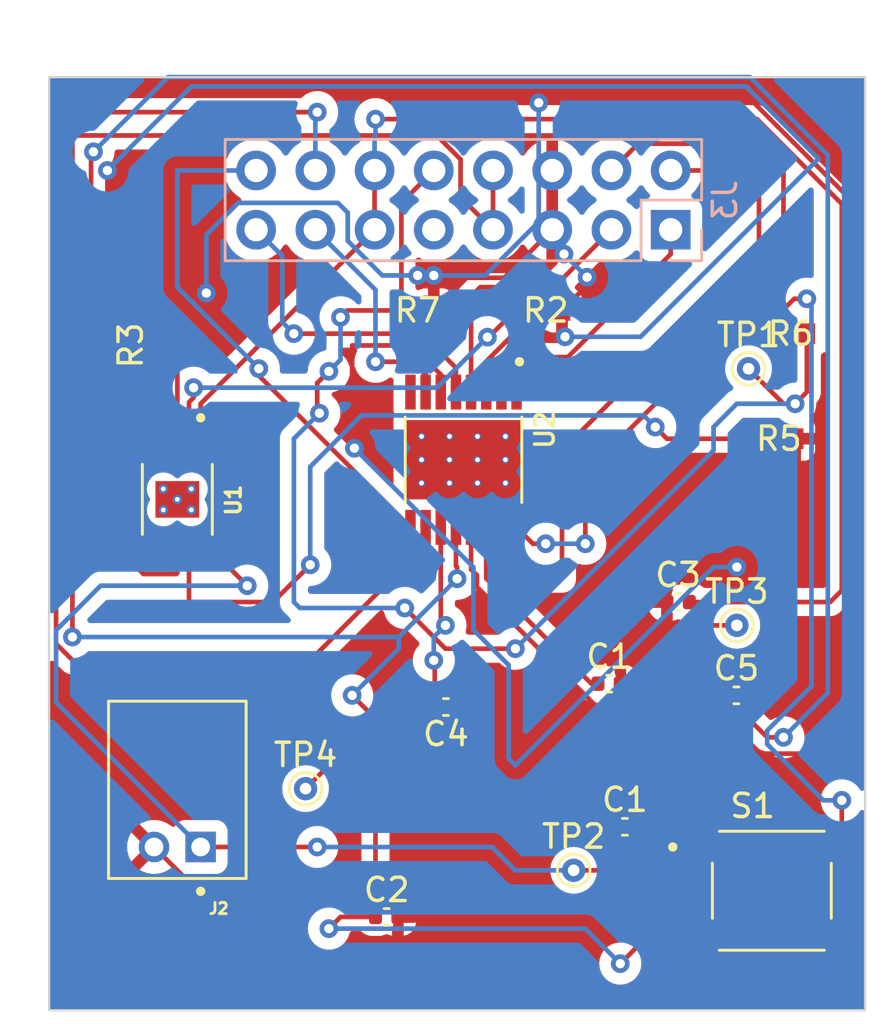
<source format=kicad_pcb>
(kicad_pcb (version 20240108) (generator "pcbnew") (generator_version "8.0")
  (layers (0 "F.Cu" signal) (31 "B.Cu" signal) (34 "B.Paste" user) (35 "F.Paste" user) (36 "B.SilkS" user "B.Silkscreen") (37 "F.SilkS" user "F.Silkscreen") (38 "B.Mask" user) (39 "F.Mask" user) (44 "Edge.Cuts" user))
  (net 0 "")
  (net 1 "GND")
  (net 2 "Net-(C1-Pad2)")
  (net 3 "Net-(U2-VINT)")
  (net 4 "BATT")
  (net 5 "5V")
  (net 6 "Net-(U2-VCP)")
  (net 7 "Net-(U1-~{CHG})")
  (net 8 "Motor2_A")
  (net 9 "BATT_ADC")
  (net 10 "Motor2_B")
  (net 11 "PWM3")
  (net 12 "PWM4")
  (net 13 "PWM1")
  (net 14 "Motor1_A")
  (net 15 "RESV")
  (net 16 "PWM2")
  (net 17 "Motor1_B")
  (net 18 "BAT_POS")
  (net 19 "Net-(U1-ISET)")
  (net 20 "Net-(U1-PRETERM)")
  (net 21 "Net-(U1-TS)")
  (net 22 "Net-(U1-ISET2)")
  (net 25 "Fault")
  (net 27 "EN")
  (footprint "footprints:BO_CR0603" (layer "F.Cu") (at 197.8015 81.4)
    (property "Reference" "R5" (at 0 0 0) (layer "F.SilkS"))
    (property "Value" "1k")
    (pad "1" smd rect (at -0.6985 0) (size 0.7112 0.889) (layers "F.Cu" "F.Paste" "F.Mask") (net 21 "Net-(U1-TS)"))
    (pad "2" smd rect (at 0.6985 0) (size 0.7112 0.889) (layers "F.Cu" "F.Paste" "F.Mask") (net 1 "GND"))
    (zone (net 0) (net_name "") (layer "F.Cu") (connect_pads (clearance 0)) (min_thickness 0.254)
      (keepout (tracks not_allowed) (vias not_allowed) (pads allowed) (copperpour not_allowed) (footprints allowed))
      (fill (thermal_gap 0.508) (thermal_bridge_width 0.508))
      (polygon (pts (xy 197.5094 81.0063) (xy 198.0936 81.0063) (xy 198.0936 81.7937) (xy 197.5094 81.7937)))
    )
  )
  (footprint "Capacitor_SMD:C_0402_1005Metric" (layer "F.Cu") (at 183.52 92.9 180)
    (property "Reference" "C4" (at 0 -1.16 180) (layer "F.SilkS"))
    (property "Value" "0.01uF")
    (fp_line (start -0.107836 0.36) (end 0.107836 0.36) (stroke (width 0.12)) (layer "F.SilkS"))
    (fp_line (start -0.107836 -0.36) (end 0.107836 -0.36) (stroke (width 0.12)) (layer "F.SilkS"))
    (pad "1" smd roundrect (at -0.48 0 180) (size 0.56 0.62) (layers "F.Cu" "F.Paste" "F.Mask") (net 1 "GND"))
    (pad "2" smd roundrect (at 0.48 0 180) (size 0.56 0.62) (layers "F.Cu" "F.Paste" "F.Mask") (net 6 "Net-(U2-VCP)"))
  )
  (footprint "footprints:BO_CR0603" (layer "F.Cu") (at 182.3015 75.9)
    (property "Reference" "R7" (at 0 0 0) (layer "F.SilkS"))
    (property "Value" "100k")
    (pad "1" smd rect (at -0.6985 0) (size 0.7112 0.889) (layers "F.Cu" "F.Paste" "F.Mask") (net 9 "BATT_ADC"))
    (pad "2" smd rect (at 0.6985 0) (size 0.7112 0.889) (layers "F.Cu" "F.Paste" "F.Mask") (net 1 "GND"))
    (zone (net 0) (net_name "") (layer "F.Cu") (connect_pads (clearance 0)) (min_thickness 0.254)
      (keepout (tracks not_allowed) (vias not_allowed) (pads allowed) (copperpour not_allowed) (footprints allowed))
      (fill (thermal_gap 0.508) (thermal_bridge_width 0.508))
      (polygon (pts (xy 182.0094 75.5063) (xy 182.5936 75.5063) (xy 182.5936 76.2937) (xy 182.0094 76.2937)))
    )
  )
  (footprint "S2B-PH-K-S_LF__SN_:JST_S2B-PH-K-S_LF__SN_" (layer "F.Cu") (at 172 98.9 180)
    (property "Reference" "J2" (at -1.776 -2.6398 180) (layer "F.SilkS") (effects (font (size 0.48 0.48))))
    (property "Value" "S2B-PH-K-S(LF)(SN)")
    (fp_line (start 2.95 6.25) (end -2.95 6.25) (stroke (width 0.127)) (layer "F.SilkS"))
    (fp_line (start 2.95 -1.35) (end 2.95 6.25) (stroke (width 0.127)) (layer "F.SilkS"))
    (fp_line (start -2.95 6.25) (end -2.95 -1.35) (stroke (width 0.127)) (layer "F.SilkS"))
    (fp_line (start -2.95 -1.35) (end 2.95 -1.35) (stroke (width 0.127)) (layer "F.SilkS"))
    (fp_circle (center -1 -1.9) (end -0.9 -1.9) (stroke (width 0.2)) (fill none) (layer "F.SilkS"))
    (pad "1" thru_hole rect (at -1 0 180) (size 1.308 1.308) (drill 0.8) (layers "*.Cu" "*.Mask") (net 18 "BAT_POS"))
    (pad "2" thru_hole circle (at 1 0 180) (size 1.308 1.308) (drill 0.8) (layers "*.Cu" "*.Mask") (net 1 "GND"))
  )
  (footprint "TestPoint:TestPoint_THTPad_D1.0mm_Drill0.5mm" (layer "F.Cu") (at 189 99.9)
    (property "Reference" "TP2" (at 0 -1.448 0) (layer "F.SilkS"))
    (property "Value" "TestPoint")
    (fp_circle (center 0 0) (end 0 0.7) (stroke (width 0.12)) (fill none) (layer "F.SilkS"))
    (pad "1" thru_hole circle (at 0 0) (size 1 1) (drill 0.5) (layers "*.Cu" "*.Mask") (net 18 "BAT_POS"))
  )
  (footprint "Capacitor_SMD:C_0402_1005Metric" (layer "F.Cu") (at 195.98 92.4)
    (property "Reference" "C5" (at 0 -1.16 0) (layer "F.SilkS"))
    (property "Value" "1uF")
    (fp_line (start -0.107836 -0.36) (end 0.107836 -0.36) (stroke (width 0.12)) (layer "F.SilkS"))
    (fp_line (start -0.107836 0.36) (end 0.107836 0.36) (stroke (width 0.12)) (layer "F.SilkS"))
    (pad "1" smd roundrect (at -0.48 0) (size 0.56 0.62) (layers "F.Cu" "F.Paste" "F.Mask") (net 7 "Net-(U1-~{CHG})"))
    (pad "2" smd roundrect (at 0.48 0) (size 0.56 0.62) (layers "F.Cu" "F.Paste" "F.Mask") (net 1 "GND"))
  )
  (footprint "Capacitor_SMD:C_0402_1005Metric" (layer "F.Cu") (at 191.195 98.035)
    (property "Reference" "C1" (at 0 -1.16 0) (layer "F.SilkS"))
    (property "Value" "2.2uF")
    (fp_line (start -0.107836 -0.36) (end 0.107836 -0.36) (stroke (width 0.12)) (layer "F.SilkS"))
    (fp_line (start -0.107836 0.36) (end 0.107836 0.36) (stroke (width 0.12)) (layer "F.SilkS"))
    (pad "1" smd roundrect (at -0.48 0) (size 0.56 0.62) (layers "F.Cu" "F.Paste" "F.Mask") (net 1 "GND"))
    (pad "2" smd roundrect (at 0.48 0) (size 0.56 0.62) (layers "F.Cu" "F.Paste" "F.Mask") (net 2 "Net-(C1-Pad2)"))
  )
  (footprint "Capacitor_SMD:C_0402_1005Metric" (layer "F.Cu") (at 190.52 91.9)
    (property "Reference" "C1" (at 0 -1.16 0) (layer "F.SilkS"))
    (property "Value" "2.2uF")
    (fp_line (start -0.107836 -0.36) (end 0.107836 -0.36) (stroke (width 0.12)) (layer "F.SilkS"))
    (fp_line (start -0.107836 0.36) (end 0.107836 0.36) (stroke (width 0.12)) (layer "F.SilkS"))
    (pad "1" smd roundrect (at -0.48 0) (size 0.56 0.62) (layers "F.Cu" "F.Paste" "F.Mask") (net 3 "Net-(U2-VINT)"))
    (pad "2" smd roundrect (at 0.48 0) (size 0.56 0.62) (layers "F.Cu" "F.Paste" "F.Mask") (net 1 "GND"))
  )
  (footprint "footprints:BO_CR0603" (layer "F.Cu") (at 170 77.4 90)
    (property "Reference" "R3" (at 0 0 90) (layer "F.SilkS"))
    (property "Value" "2k")
    (pad "1" smd rect (at -0.6985 0 90) (size 0.7112 0.889) (layers "F.Cu" "F.Paste" "F.Mask") (net 20 "Net-(U1-PRETERM)"))
    (pad "2" smd rect (at 0.6985 0 90) (size 0.7112 0.889) (layers "F.Cu" "F.Paste" "F.Mask") (net 1 "GND"))
    (zone (net 0) (net_name "") (layer "F.Cu") (connect_pads (clearance 0)) (min_thickness 0.254)
      (keepout (tracks not_allowed) (vias not_allowed) (pads allowed) (copperpour not_allowed) (footprints allowed))
      (fill (thermal_gap 0.508) (thermal_bridge_width 0.508))
      (polygon (pts (xy 169.6063 77.6921) (xy 169.6063 77.1079) (xy 170.3937 77.1079) (xy 170.3937 77.6921)))
    )
  )
  (footprint "TestPoint:TestPoint_THTPad_D1.0mm_Drill0.5mm" (layer "F.Cu") (at 196.5 78.4)
    (property "Reference" "TP1" (at 0 -1.448 0) (layer "F.SilkS"))
    (property "Value" "TestPoint")
    (fp_circle (center 0 0) (end 0 0.7) (stroke (width 0.12)) (fill none) (layer "F.SilkS"))
    (pad "1" thru_hole circle (at 0 0) (size 1 1) (drill 0.5) (layers "*.Cu" "*.Mask") (net 9 "BATT_ADC"))
  )
  (footprint "BQ24092DGQR:IC_XTR111AIDGQR" (layer "F.Cu") (at 172 84 -90)
    (property "Reference" "U1" (at 0.032 -2.4064 90) (layer "F.SilkS") (effects (font (size 0.64 0.64))))
    (property "Value" "BQ24092DGQR")
    (fp_line (start -1.5 1.5) (end 1.5 1.5) (stroke (width 0.127)) (layer "F.SilkS"))
    (fp_line (start 1.5 -1.5) (end -1.5 -1.5) (stroke (width 0.127)) (layer "F.SilkS"))
    (fp_circle (center -3.5 -1) (end -3.4 -1) (stroke (width 0.2)) (fill none) (layer "F.SilkS"))
    (pad "1" smd rect (at -2.1 -1 270) (size 1.6 0.3) (layers "F.Cu") (net 5 "5V"))
    (pad "2" smd rect (at -2.1 -0.5 270) (size 1.6 0.3) (layers "F.Cu") (net 19 "Net-(U1-ISET)"))
    (pad "3" smd rect (at -2.1 0 270) (size 1.6 0.3) (layers "F.Cu") (net 1 "GND"))
    (pad "4" smd rect (at -2.1 0.5 270) (size 1.6 0.3) (layers "F.Cu") (net 20 "Net-(U1-PRETERM)"))
    (pad "5" smd rect (at -2.1 1 270) (size 1.6 0.3) (layers "F.Cu"))
    (pad "6" smd rect (at 2.1 1 270) (size 1.6 0.3) (layers "F.Cu"))
    (pad "7" smd rect (at 2.1 0.5 270) (size 1.6 0.3) (layers "F.Cu") (net 22 "Net-(U1-ISET2)"))
    (pad "8" smd rect (at 2.1 0 270) (size 1.6 0.3) (layers "F.Cu") (net 7 "Net-(U1-~{CHG})"))
    (pad "9" smd rect (at 2.1 -0.5 270) (size 1.6 0.3) (layers "F.Cu") (net 21 "Net-(U1-TS)"))
    (pad "10" smd rect (at 2.1 -1 270) (size 1.6 0.3) (layers "F.Cu") (net 18 "BAT_POS"))
    (pad "11" smd rect (at 0 0 270) (size 1.57 1.88) (layers "F.Cu" "F.Paste" "F.Mask"))
    (pad "12" thru_hole circle (at -0.45 -0.6 270) (size 0.4 0.4) (drill 0.2) (layers "*.Cu"))
    (pad "13" thru_hole circle (at 0.45 -0.6 270) (size 0.4 0.4) (drill 0.2) (layers "*.Cu"))
    (pad "14" thru_hole circle (at 0 0 270) (size 0.4 0.4) (drill 0.2) (layers "*.Cu"))
    (pad "15" thru_hole circle (at -0.45 0.6 270) (size 0.4 0.4) (drill 0.2) (layers "*.Cu"))
    (pad "16" thru_hole circle (at 0.45 0.6 270) (size 0.4 0.4) (drill 0.2) (layers "*.Cu"))
  )
  (footprint "Capacitor_SMD:C_0402_1005Metric" (layer "F.Cu") (at 193.48 88.4)
    (property "Reference" "C3" (at 0 -1.16 0) (layer "F.SilkS"))
    (property "Value" "1uF")
    (fp_line (start -0.107836 -0.36) (end 0.107836 -0.36) (stroke (width 0.12)) (layer "F.SilkS"))
    (fp_line (start -0.107836 0.36) (end 0.107836 0.36) (stroke (width 0.12)) (layer "F.SilkS"))
    (pad "1" smd roundrect (at -0.48 0) (size 0.56 0.62) (layers "F.Cu" "F.Paste" "F.Mask") (net 1 "GND"))
    (pad "2" smd roundrect (at 0.48 0) (size 0.56 0.62) (layers "F.Cu" "F.Paste" "F.Mask") (net 5 "5V"))
  )
  (footprint "TS-1187A-B-A-B:SW_TS-1187A-B-A-B" (layer "F.Cu") (at 197.5 100.775)
    (property "Reference" "S1" (at -0.825 -3.635 0) (layer "F.SilkS"))
    (property "Value" "TS-1187A-B-A-B")
    (fp_line (start -2.55 -1.18) (end -2.55 1.18) (stroke (width 0.127)) (layer "F.SilkS"))
    (fp_line (start 2.25 -2.55) (end -2.25 -2.55) (stroke (width 0.127)) (layer "F.SilkS"))
    (fp_line (start 2.25 2.55) (end -2.25 2.55) (stroke (width 0.127)) (layer "F.SilkS"))
    (fp_line (start 2.55 1.18) (end 2.55 -1.18) (stroke (width 0.127)) (layer "F.SilkS"))
    (fp_circle (center -4.25 -1.875) (end -4.15 -1.875) (stroke (width 0.2)) (fill none) (layer "F.SilkS"))
    (pad "A" smd rect (at -3 -1.875) (size 1 0.75) (layers "F.Cu" "F.Paste" "F.Mask") (net 18 "BAT_POS"))
    (pad "B" smd rect (at 3 -1.875) (size 1 0.75) (layers "F.Cu" "F.Paste" "F.Mask") (net 18 "BAT_POS"))
    (pad "C" smd rect (at -3 1.875) (size 1 0.75) (layers "F.Cu" "F.Paste" "F.Mask") (net 4 "BATT"))
    (pad "D" smd rect (at 3 1.875) (size 1 0.75) (layers "F.Cu" "F.Paste" "F.Mask") (net 4 "BATT"))
  )
  (footprint "footprints:BO_CR0603" (layer "F.Cu") (at 198.3015 76.9)
    (property "Reference" "R6" (at 0 0 0) (layer "F.SilkS"))
    (property "Value" "100k")
    (pad "1" smd rect (at -0.6985 0) (size 0.7112 0.889) (layers "F.Cu" "F.Paste" "F.Mask") (net 18 "BAT_POS"))
    (pad "2" smd rect (at 0.6985 0) (size 0.7112 0.889) (layers "F.Cu" "F.Paste" "F.Mask") (net 9 "BATT_ADC"))
    (zone (net 0) (net_name "") (layer "F.Cu") (connect_pads (clearance 0)) (min_thickness 0.254)
      (keepout (tracks not_allowed) (vias not_allowed) (pads allowed) (copperpour not_allowed) (footprints allowed))
      (fill (thermal_gap 0.508) (thermal_bridge_width 0.508))
      (polygon (pts (xy 198.0094 76.5063) (xy 198.5936 76.5063) (xy 198.5936 77.2937) (xy 198.0094 77.2937)))
    )
  )
  (footprint "TestPoint:TestPoint_THTPad_D1.0mm_Drill0.5mm" (layer "F.Cu") (at 177.5 96.4)
    (property "Reference" "TP4" (at 0 -1.448 0) (layer "F.SilkS"))
    (property "Value" "TestPoint")
    (fp_circle (center 0 0) (end 0 0.7) (stroke (width 0.12)) (fill none) (layer "F.SilkS"))
    (pad "1" thru_hole circle (at 0 0) (size 1 1) (drill 0.5) (layers "*.Cu" "*.Mask") (net 4 "BATT"))
  )
  (footprint "DRV8833PWPR:IC_DRV8833PWPR" (layer "F.Cu") (at 184.275 82.3 -90)
    (property "Reference" "U2" (at -1.28 -3.485 90) (layer "F.SilkS") (effects (font (size 0.8 0.8))))
    (property "Value" "DRV8833PWPR")
    (fp_line (start -1.83 2.5) (end 1.83 2.5) (stroke (width 0.127)) (layer "F.SilkS"))
    (fp_line (start -1.83 -2.5) (end 1.83 -2.5) (stroke (width 0.127)) (layer "F.SilkS"))
    (fp_circle (center -4.2 -2.4) (end -4.1 -2.4) (stroke (width 0.2)) (fill none) (layer "F.SilkS"))
    (pad "1" smd roundrect (at -2.9 -2.275 270) (size 1.5 0.45) (layers "F.Cu" "F.Paste" "F.Mask") (roundrect_rratio 0.06) (net 27 "EN"))
    (pad "2" smd roundrect (at -2.9 -1.625 270) (size 1.5 0.45) (layers "F.Cu" "F.Paste" "F.Mask") (roundrect_rratio 0.06) (net 8 "Motor2_A"))
    (pad "3" smd roundrect (at -2.9 -0.975 270) (size 1.5 0.45) (layers "F.Cu" "F.Paste" "F.Mask") (roundrect_rratio 0.06) (net 1 "GND"))
    (pad "4" smd roundrect (at -2.9 -0.325 270) (size 1.5 0.45) (layers "F.Cu" "F.Paste" "F.Mask") (roundrect_rratio 0.06) (net 10 "Motor2_B"))
    (pad "5" smd roundrect (at -2.9 0.325 270) (size 1.5 0.45) (layers "F.Cu" "F.Paste" "F.Mask") (roundrect_rratio 0.06) (net 17 "Motor1_B"))
    (pad "6" smd roundrect (at -2.9 0.975 270) (size 1.5 0.45) (layers "F.Cu" "F.Paste" "F.Mask") (roundrect_rratio 0.06) (net 1 "GND"))
    (pad "7" smd roundrect (at -2.9 1.625 270) (size 1.5 0.45) (layers "F.Cu" "F.Paste" "F.Mask") (roundrect_rratio 0.06) (net 14 "Motor1_A"))
    (pad "8" smd roundrect (at -2.9 2.275 270) (size 1.5 0.45) (layers "F.Cu" "F.Paste" "F.Mask") (roundrect_rratio 0.06) (net 25 "Fault"))
    (pad "9" smd roundrect (at 2.9 2.275 270) (size 1.5 0.45) (layers "F.Cu" "F.Paste" "F.Mask") (roundrect_rratio 0.06) (net 12 "PWM4"))
    (pad "10" smd roundrect (at 2.9 1.625 270) (size 1.5 0.45) (layers "F.Cu" "F.Paste" "F.Mask") (roundrect_rratio 0.06) (net 11 "PWM3"))
    (pad "11" smd roundrect (at 2.9 0.975 270) (size 1.5 0.45) (layers "F.Cu" "F.Paste" "F.Mask") (roundrect_rratio 0.06) (net 6 "Net-(U2-VCP)"))
    (pad "12" smd roundrect (at 2.9 0.325 270) (size 1.5 0.45) (layers "F.Cu" "F.Paste" "F.Mask") (roundrect_rratio 0.06) (net 4 "BATT"))
    (pad "13" smd roundrect (at 2.9 -0.325 270) (size 1.5 0.45) (layers "F.Cu" "F.Paste" "F.Mask") (roundrect_rratio 0.06) (net 1 "GND"))
    (pad "14" smd roundrect (at 2.9 -0.975 270) (size 1.5 0.45) (layers "F.Cu" "F.Paste" "F.Mask") (roundrect_rratio 0.06) (net 3 "Net-(U2-VINT)"))
    (pad "15" smd roundrect (at 2.9 -1.625 270) (size 1.5 0.45) (layers "F.Cu" "F.Paste" "F.Mask") (roundrect_rratio 0.06) (net 13 "PWM1"))
    (pad "16" smd roundrect (at 2.9 -2.275 270) (size 1.5 0.45) (layers "F.Cu" "F.Paste" "F.Mask") (roundrect_rratio 0.06) (net 16 "PWM2"))
    (pad "17" smd rect (at 0 0 270) (size 3.4 5) (layers "F.Cu"))
    (pad "18" thru_hole circle (at -1 -1.8 270) (size 0.3 0.3) (drill 0.2) (layers "*.Cu"))
    (pad "19" thru_hole circle (at 0 -1.8 270) (size 0.3 0.3) (drill 0.2) (layers "*.Cu"))
    (pad "20" thru_hole circle (at 1 -1.8 270) (size 0.3 0.3) (drill 0.2) (layers "*.Cu"))
    (pad "21" thru_hole circle (at -1 -0.6 270) (size 0.3 0.3) (drill 0.2) (layers "*.Cu"))
    (pad "22" thru_hole circle (at 0 -0.6 270) (size 0.3 0.3) (drill 0.2) (layers "*.Cu"))
    (pad "23" thru_hole circle (at 1 -0.6 270) (size 0.3 0.3) (drill 0.2) (layers "*.Cu"))
    (pad "24" thru_hole circle (at -1 0.6 270) (size 0.3 0.3) (drill 0.2) (layers "*.Cu"))
    (pad "25" thru_hole circle (at 0 0.6 270) (size 0.3 0.3) (drill 0.2) (layers "*.Cu"))
    (pad "26" thru_hole circle (at 1 0.6 270) (size 0.3 0.3) (drill 0.2) (layers "*.Cu"))
    (pad "27" thru_hole circle (at -1 1.8 270) (size 0.3 0.3) (drill 0.2) (layers "*.Cu"))
    (pad "28" thru_hole circle (at 0 1.8 270) (size 0.3 0.3) (drill 0.2) (layers "*.Cu"))
    (pad "29" thru_hole circle (at 1 1.8 270) (size 0.3 0.3) (drill 0.2) (layers "*.Cu"))
  )
  (footprint "TestPoint:TestPoint_THTPad_D1.0mm_Drill0.5mm" (layer "F.Cu") (at 196 89.4)
    (property "Reference" "TP3" (at 0 -1.448 0) (layer "F.SilkS"))
    (property "Value" "TestPoint")
    (fp_circle (center 0 0) (end 0 0.7) (stroke (width 0.12)) (fill none) (layer "F.SilkS"))
    (pad "1" thru_hole circle (at 0 0) (size 1 1) (drill 0.5) (layers "*.Cu" "*.Mask") (net 5 "5V"))
  )
  (footprint "Capacitor_SMD:C_0402_1005Metric" (layer "F.Cu") (at 180.98 101.9)
    (property "Reference" "C2" (at 0 -1.16 0) (layer "F.SilkS"))
    (property "Value" "10uF")
    (fp_line (start -0.107836 -0.36) (end 0.107836 -0.36) (stroke (width 0.12)) (layer "F.SilkS"))
    (fp_line (start -0.107836 0.36) (end 0.107836 0.36) (stroke (width 0.12)) (layer "F.SilkS"))
    (pad "1" smd roundrect (at -0.48 0) (size 0.56 0.62) (layers "F.Cu" "F.Paste" "F.Mask") (net 4 "BATT"))
    (pad "2" smd roundrect (at 0.48 0) (size 0.56 0.62) (layers "F.Cu" "F.Paste" "F.Mask") (net 1 "GND"))
  )
  (footprint "footprints:BO_CR0603" (layer "F.Cu") (at 187.8015 75.9)
    (property "Reference" "R2" (at 0 0 0) (layer "F.SilkS"))
    (property "Value" "1k")
    (pad "1" smd rect (at -0.6985 0) (size 0.7112 0.889) (layers "F.Cu" "F.Paste" "F.Mask") (net 19 "Net-(U1-ISET)"))
    (pad "2" smd rect (at 0.6985 0) (size 0.7112 0.889) (layers "F.Cu" "F.Paste" "F.Mask") (net 1 "GND"))
    (zone (net 0) (net_name "") (layer "F.Cu") (connect_pads (clearance 0)) (min_thickness 0.254)
      (keepout (tracks not_allowed) (vias not_allowed) (pads allowed) (copperpour not_allowed) (footprints allowed))
      (fill (thermal_gap 0.508) (thermal_bridge_width 0.508))
      (polygon (pts (xy 187.5094 75.5063) (xy 188.0936 75.5063) (xy 188.0936 76.2937) (xy 187.5094 76.2937)))
    )
  )
  (footprint "Connector_PinHeader_2.54mm:PinHeader_2x08_P2.54mm_Vertical" (layer "B.Cu") (at 193.16 72.44 90)
    (property "Reference" "J3" (at 1.27 2.33 -90) (layer "B.SilkS") (effects (justify mirror)))
    (property "Value" "Conn_02x08_Odd_Even")
    (fp_line (start 3.87 -19.11) (end -1.33 -19.11) (stroke (width 0.12)) (layer "B.SilkS"))
    (fp_line (start 3.87 -19.11) (end 3.87 1.33) (stroke (width 0.12)) (layer "B.SilkS"))
    (fp_line (start -1.33 -19.11) (end -1.33 -1.27) (stroke (width 0.12)) (layer "B.SilkS"))
    (fp_line (start 1.27 -1.27) (end -1.33 -1.27) (stroke (width 0.12)) (layer "B.SilkS"))
    (fp_line (start 3.87 1.33) (end 1.27 1.33) (stroke (width 0.12)) (layer "B.SilkS"))
    (fp_line (start 1.27 1.33) (end 1.27 -1.27) (stroke (width 0.12)) (layer "B.SilkS"))
    (fp_line (start 0 1.33) (end -1.33 1.33) (stroke (width 0.12)) (layer "B.SilkS"))
    (fp_line (start -1.33 1.33) (end -1.33 0) (stroke (width 0.12)) (layer "B.SilkS"))
    (pad "1" thru_hole rect (at 0 0 90) (size 1.7 1.7) (drill 1) (layers "*.Cu" "*.Mask") (net 8 "Motor2_A"))
    (pad "2" thru_hole oval (at 2.54 0 90) (size 1.7 1.7) (drill 1) (layers "*.Cu" "*.Mask") (net 13 "PWM1"))
    (pad "3" thru_hole oval (at 0 -2.54 90) (size 1.7 1.7) (drill 1) (layers "*.Cu" "*.Mask") (net 10 "Motor2_B"))
    (pad "4" thru_hole oval (at 2.54 -2.54 90) (size 1.7 1.7) (drill 1) (layers "*.Cu" "*.Mask") (net 16 "PWM2"))
    (pad "5" thru_hole oval (at 0 -5.08 90) (size 1.7 1.7) (drill 1) (layers "*.Cu" "*.Mask") (net 1 "GND"))
    (pad "6" thru_hole oval (at 2.54 -5.08 90) (size 1.7 1.7) (drill 1) (layers "*.Cu" "*.Mask") (net 1 "GND"))
    (pad "7" thru_hole oval (at 0 -7.62 90) (size 1.7 1.7) (drill 1) (layers "*.Cu" "*.Mask") (net 4 "BATT"))
    (pad "8" thru_hole oval (at 2.54 -7.62 90) (size 1.7 1.7) (drill 1) (layers "*.Cu" "*.Mask") (net 4 "BATT"))
    (pad "9" thru_hole oval (at 0 -10.16 90) (size 1.7 1.7) (drill 1) (layers "*.Cu" "*.Mask") (net 15 "RESV"))
    (pad "10" thru_hole oval (at 2.54 -10.16 90) (size 1.7 1.7) (drill 1) (layers "*.Cu" "*.Mask") (net 9 "BATT_ADC"))
    (pad "11" thru_hole oval (at 0 -12.7 90) (size 1.7 1.7) (drill 1) (layers "*.Cu" "*.Mask") (net 5 "5V"))
    (pad "12" thru_hole oval (at 2.54 -12.7 90) (size 1.7 1.7) (drill 1) (layers "*.Cu" "*.Mask") (net 5 "5V"))
    (pad "13" thru_hole oval (at 0 -15.24 90) (size 1.7 1.7) (drill 1) (layers "*.Cu" "*.Mask") (net 14 "Motor1_A"))
    (pad "14" thru_hole oval (at 2.54 -15.24 90) (size 1.7 1.7) (drill 1) (layers "*.Cu" "*.Mask") (net 11 "PWM3"))
    (pad "15" thru_hole oval (at 0 -17.78 90) (size 1.7 1.7) (drill 1) (layers "*.Cu" "*.Mask") (net 17 "Motor1_B"))
    (pad "16" thru_hole oval (at 2.54 -17.78 90) (size 1.7 1.7) (drill 1) (layers "*.Cu" "*.Mask") (net 12 "PWM4"))
  )
  (gr_rect (start 166.5 65.9) (end 201.5 105.9) (stroke (width 0.1)) (fill none) (layer "Edge.Cuts"))
  (segment (start 200.5 94.9) (end 200.9 94.5) (width 0.2) (layer "F.Cu") (net 1))
  (segment (start 198.397 84.9) (end 198.5 84.797) (width 0.2) (layer "F.Cu") (net 1))
  (segment (start 184.85 87.25) (end 184.85 87.75) (width 0.2) (layer "F.Cu") (net 1))
  (segment (start 172 78.057) (end 172 81.9) (width 0.2) (layer "F.Cu") (net 1))
  (segment (start 170.6445 76.7015) (end 171.9215 77.9785) (width 0.2) (layer "F.Cu") (net 1))
  (segment (start 193 89.9) (end 191 91.9) (width 0.2) (layer "F.Cu") (net 1))
  (segment (start 189.574975 74.825025) (end 188.5 75.9) (width 0.2) (layer "F.Cu") (net 1))
  (segment (start 196.5 84.1555) (end 198.2555 84.1555) (width 0.2) (layer "F.Cu") (net 1))
  (segment (start 198.5 84.4) (end 198.5 84.797) (width 0.2) (layer "F.Cu") (net 1))
  (segment (start 183 74.4) (end 183 75.9) (width 0.2) (layer "F.Cu") (net 1))
  (segment (start 176 103.9) (end 181.5 103.9) (width 0.2) (layer "F.Cu") (net 1))
  (segment (start 184 100.4) (end 184 92.9) (width 0.2) (layer "F.Cu") (net 1))
  (segment (start 169.103 72.9) (end 170.5 72.9) (width 0.2) (layer "F.Cu") (net 1))
  (segment (start 200.9 71.168628) (end 196.731371 67) (width 0.2) (layer "F.Cu") (net 1))
  (segment (start 182.049999 77.4) (end 179.5 77.4) (width 0.2) (layer "F.Cu") (net 1))
  (segment (start 188.08 72.98) (end 188.585025 73.485025) (width 0.2) (layer "F.Cu") (net 1))
  (segment (start 173.244975 75.155025) (end 173.244975 76.655025) (width 0.2) (layer "F.Cu") (net 1))
  (segment (start 181.46 101.9) (end 182.5 101.9) (width 0.2) (layer "F.Cu") (net 1))
  (segment (start 188.08 72.44) (end 188.08 69.9) (width 0.2) (layer "F.Cu") (net 1))
  (segment (start 184 92.9) (end 187.5 92.9) (width 0.2) (layer "F.Cu") (net 1))
  (segment (start 181.46 103.36) (end 181.46 101.9) (width 0.2) (layer "F.Cu") (net 1))
  (segment (start 193 87.6555) (end 193 88.4) (width 0.2) (layer "F.Cu") (net 1))
  (segment (start 182.5 101.9) (end 184 100.4) (width 0.2) (layer "F.Cu") (net 1))
  (segment (start 191 91.9) (end 191 93.9) (width 0.2) (layer "F.Cu") (net 1))
  (segment (start 193 88.4) (end 193 89.9) (width 0.2) (layer "F.Cu") (net 1))
  (segment (start 170 76.7015) (end 170.6445 76.7015) (width 0.2) (layer "F.Cu") (net 1))
  (segment (start 187.5 92.9) (end 188.75 91.65) (width 0.2) (layer "F.Cu") (net 1))
  (segment (start 183 75.09) (end 182.31 74.4) (width 0.2) (layer "F.Cu") (net 1))
  (segment (start 179.594975 79.78995) (end 179.594975 81.805025) (width 0.2) (layer "F.Cu") (net 1))
  (segment (start 173.244975 76.655025) (end 171.9215 77.9785) (width 0.2) (layer "F.Cu") (net 1))
  (segment (start 188.75 91.65) (end 192 94.9) (width 0.2) (layer "F.Cu") (net 1))
  (segment (start 171.9215 77.9785) (end 172 78.057) (width 0.2) (layer "F.Cu") (net 1))
  (segment (start 196.5 84.1555) (end 193 87.6555) (width 0.2) (layer "F.Cu") (net 1))
  (segment (start 170.5 76.2015) (end 170.5 72.9) (width 0.2) (layer "F.Cu") (net 1))
  (segment (start 198.2555 84.1555) (end 198.5 84.4) (width 0.2) (layer "F.Cu") (net 1))
  (segment (start 183 75.9) (end 183 75.09) (width 0.2) (layer "F.Cu") (net 1))
  (segment (start 197 86.9) (end 197 84.9) (width 0.2) (layer "F.Cu") (net 1))
  (segment (start 200.9 94.5) (end 200.9 71.168628) (width 0.2) (layer "F.Cu") (net 1))
  (segment (start 169.103 70.003) (end 169.103 72.9) (width 0.2) (layer "F.Cu") (net 1))
  (segment (start 193.96 89.9) (end 193 89.9) (width 0.2) (layer "F.Cu") (net 1))
  (segment (start 183.3 78.650001) (end 182.049999 77.4) (width 0.2) (layer "F.Cu") (net 1))
  (segment (start 169 69.9) (end 169.103 70.003) (width 0.2) (layer "F.Cu") (net 1))
  (segment (start 190.715 96.185) (end 192 94.9) (width 0.2) (layer "F.Cu") (net 1))
  (segment (start 188.08 72.44) (end 188.08 72.98) (width 0.2) (layer "F.Cu") (net 1))
  (segment (start 179.5 77.4) (end 179.5 79.694975) (width 0.2) (layer "F.Cu") (net 1))
  (segment (start 190.715 98.035) (end 190.715 96.185) (width 0.2) (layer "F.Cu") (net 1))
  (segment (start 184.4 74.5) (end 186.02 74.5) (width 0.2) (layer "F.Cu") (net 1))
  (segment (start 200.9 94.3) (end 200.9 94.5) (width 0.2) (layer "F.Cu") (net 1))
  (segment (start 196.731371 67) (end 187.5 67) (width 0.2) (layer "F.Cu") (net 1))
  (segment (start 171 98.9) (end 176 103.9) (width 0.2) (layer "F.Cu") (net 1))
  (segment (start 181.5 103.4) (end 181.46 103.36) (width 0.2) (layer "F.Cu") (net 1))
  (segment (start 197 84.9) (end 198.397 84.9) (width 0.2) (layer "F.Cu") (net 1))
  (segment (start 196 86.9) (end 197 86.9) (width 0.2) (layer "F.Cu") (net 1))
  (segment (start 170 76.7015) (end 170.5 76.2015) (width 0.2) (layer "F.Cu") (net 1))
  (segment (start 186.02 74.5) (end 188.08 72.44) (width 0.2) (layer "F.Cu") (net 1))
  (segment (start 185.25 79.4) (end 185.25 78.084315) (width 0.2) (layer "F.Cu") (net 1))
  (segment (start 179.5 79.694975) (end 179.594975 79.78995) (width 0.2) (layer "F.Cu") (net 1))
  (segment (start 183.3 79.4) (end 183.3 78.650001) (width 0.2) (layer "F.Cu") (net 1))
  (segment (start 192 94.9) (end 200.5 94.9) (width 0.2) (layer "F.Cu") (net 1))
  (segment (start 196.46 92.4) (end 193.96 89.9) (width 0.2) (layer "F.Cu") (net 1))
  (segment (start 181.5 103.9) (end 181.5 103.4) (width 0.2) (layer "F.Cu") (net 1))
  (segment (start 184.85 87.75) (end 188.75 91.65) (width 0.2) (layer "F.Cu") (net 1))
  (segment (start 191 93.9) (end 192 94.9) (width 0.2) (layer "F.Cu") (net 1))
  (segment (start 185.25 78.084315) (end 186.30429 77.030025) (width 0.2) (layer "F.Cu") (net 1))
  (segment (start 184.6 85.2) (end 184.6 87) (width 0.2) (layer "F.Cu") (net 1))
  (segment (start 198.5 81.4) (end 198.5 84.4) (width 0.2) (layer "F.Cu") (net 1))
  (segment (start 189.574975 74.474975) (end 189.574975 74.825025) (width 0.2) (layer "F.Cu") (net 1))
  (segment (start 184.6 87) (end 184.85 87.25) (width 0.2) (layer "F.Cu") (net 1))
  (segment (start 183 75.9) (end 184.4 74.5) (width 0.2) (layer "F.Cu") (net 1))
  (segment (start 186.30429 77.030025) (end 188.630025 77.030025) (width 0.2) (layer "F.Cu") (net 1))
  (via (at 169 69.9) (size 0.8) (drill 0.4) (layers "F.Cu" "B.Cu") (net 1))
  (via (at 173.244975 75.155025) (size 0.8) (drill 0.4) (layers "F.Cu" "B.Cu") (net 1))
  (via (at 188.585025 73.485025) (size 0.8) (drill 0.4) (layers "F.Cu" "B.Cu") (net 1))
  (via (at 182.31 74.4) (size 0.8) (drill 0.4) (layers "F.Cu" "B.Cu") (net 1))
  (via (at 187.5 67) (size 0.8) (drill 0.4) (layers "F.Cu" "B.Cu") (net 1))
  (via (at 188.630025 77.030025) (size 0.8) (drill 0.4) (layers "F.Cu" "B.Cu") (net 1))
  (via (at 179.594975 81.805025) (size 0.8) (drill 0.4) (layers "F.Cu" "B.Cu") (net 1))
  (via (at 196 86.9) (size 0.8) (drill 0.4) (layers "F.Cu" "B.Cu") (net 1))
  (via (at 183 74.4) (size 0.8) (drill 0.4) (layers "F.Cu" "B.Cu") (net 1))
  (via (at 189.574975 74.474975) (size 0.8) (drill 0.4) (layers "F.Cu" "B.Cu") (net 1))
  (segment (start 185.206346 74.4) (end 183 74.4) (width 0.2) (layer "B.Cu") (net 1))
  (segment (start 188.585025 73.485025) (end 189.574975 74.474975) (width 0.2) (layer "B.Cu") (net 1))
  (segment (start 187.5 72.106346) (end 185.206346 74.4) (width 0.2) (layer "B.Cu") (net 1))
  (segment (start 186.21005 91.1) (end 186.21005 95.11005) (width 0.2) (layer "B.Cu") (net 1))
  (segment (start 187.5 67) (end 187.5 72.106346) (width 0.2) (layer "B.Cu") (net 1))
  (segment (start 186.21005 95.11005) (end 186.5 95.4) (width 0.2) (layer "B.Cu") (net 1))
  (segment (start 184.7 86.91005) (end 184.7 89.58995) (width 0.2) (layer "B.Cu") (net 1))
  (segment (start 182.31 74.4) (end 180.793654 74.4) (width 0.2) (layer "B.Cu") (net 1))
  (segment (start 174.61 71.29) (end 173.244975 72.655025) (width 0.2) (layer "B.Cu") (net 1))
  (segment (start 195 86.9) (end 196 86.9) (width 0.2) (layer "B.Cu") (net 1))
  (segment (start 179.31 72.916346) (end 179.31 71.71) (width 0.2) (layer "B.Cu") (net 1))
  (segment (start 184.7 89.58995) (end 186.21005 91.1) (width 0.2) (layer "B.Cu") (net 1))
  (segment (start 179.31 71.71) (end 178.89 71.29) (width 0.2) (layer "B.Cu") (net 1))
  (segment (start 191.869975 77.030025) (end 199.5 69.4) (width 0.2) (layer "B.Cu") (net 1))
  (segment (start 179.594975 81.805025) (end 184.7 86.91005) (width 0.2) (layer "B.Cu") (net 1))
  (segment (start 172.6 66.3) (end 169 69.9) (width 0.2) (layer "B.Cu") (net 1))
  (segment (start 196.4 66.3) (end 172.6 66.3) (width 0.2) (layer "B.Cu") (net 1))
  (segment (start 180.793654 74.4) (end 179.31 72.916346) (width 0.2) (layer "B.Cu") (net 1))
  (segment (start 199.5 69.4) (end 196.4 66.3) (width 0.2) (layer "B.Cu") (net 1))
  (segment (start 188.630025 77.030025) (end 191.869975 77.030025) (width 0.2) (layer "B.Cu") (net 1))
  (segment (start 178.89 71.29) (end 174.61 71.29) (width 0.2) (layer "B.Cu") (net 1))
  (segment (start 173.244975 72.655025) (end 173.244975 75.155025) (width 0.2) (layer "B.Cu") (net 1))
  (segment (start 186.5 95.4) (end 195 86.9) (width 0.2) (layer "B.Cu") (net 1))
  (segment (start 185.25 85.2) (end 185.25 87.389999) (width 0.2) (layer "F.Cu") (net 3))
  (segment (start 185.25 87.389999) (end 189.760001 91.9) (width 0.2) (layer "F.Cu") (net 3))
  (segment (start 189.760001 91.9) (end 190.04 91.9) (width 0.2) (layer "F.Cu") (net 3))
  (segment (start 179 101.9) (end 178.5 102.4) (width 0.2) (layer "F.Cu") (net 4))
  (segment (start 185.54 69.9) (end 185.54 72.44) (width 0.2) (layer "F.Cu") (net 4))
  (segment (start 184.15 71.05) (end 184.15 69.423654) (width 0.2) (layer "F.Cu") (net 4))
  (segment (start 184 86.9) (end 183.95 86.85) (width 0.2) (layer "F.Cu") (net 4))
  (segment (start 177.5 96.4) (end 180.5 93.4) (width 0.2) (layer "F.Cu") (net 4))
  (segment (start 191 103.9) (end 192.25 102.65) (width 0.2) (layer "F.Cu") (net 4))
  (segment (start 192.25 102.65) (end 194.5 102.65) (width 0.2) (layer "F.Cu") (net 4))
  (segment (start 167.5 68.4) (end 167.5 84.15) (width 0.2) (layer "F.Cu") (net 4))
  (segment (start 183.95 86.85) (end 183.95 85.2) (width 0.2) (layer "F.Cu") (net 4))
  (segment (start 180.5 93.4) (end 179.5 92.4) (width 0.2) (layer "F.Cu") (net 4))
  (segment (start 184.15 69.423654) (end 183.126346 68.4) (width 0.2) (layer "F.Cu") (net 4))
  (segment (start 180.5 101.9) (end 179 101.9) (width 0.2) (layer "F.Cu") (net 4))
  (segment (start 184 87.4) (end 184 86.9) (width 0.2) (layer "F.Cu") (net 4))
  (segment (start 183.126346 68.4) (end 167.5 68.4) (width 0.2) (layer "F.Cu") (net 4))
  (segment (start 167.5 84.15) (end 167.5 89.9) (width 0.2) (layer "F.Cu") (net 4))
  (segment (start 194.5 102.65) (end 200.5 102.65) (width 0.2) (layer "F.Cu") (net 4))
  (segment (start 185.54 72.44) (end 184.15 71.05) (width 0.2) (layer "F.Cu") (net 4))
  (segment (start 180.5 101.9) (end 180.5 93.4) (width 0.2) (layer "F.Cu") (net 4))
  (via (at 167.5 89.9) (size 0.8) (drill 0.4) (layers "F.Cu" "B.Cu") (net 4))
  (via (at 184 87.4) (size 0.8) (drill 0.4) (layers "F.Cu" "B.Cu") (net 4))
  (via (at 178.5 102.4) (size 0.8) (drill 0.4) (layers "F.Cu" "B.Cu") (net 4))
  (via (at 179.5 92.4) (size 0.8) (drill 0.4) (layers "F.Cu" "B.Cu") (net 4))
  (via (at 191 103.9) (size 0.8) (drill 0.4) (layers "F.Cu" "B.Cu") (net 4))
  (segment (start 178.5 102.4) (end 189.5 102.4) (width 0.2) (layer "B.Cu") (net 4))
  (segment (start 181.5 89.9) (end 184 87.4) (width 0.2) (layer "B.Cu") (net 4))
  (segment (start 167.5 89.9) (end 181.5 89.9) (width 0.2) (layer "B.Cu") (net 4))
  (segment (start 189.5 102.4) (end 191 103.9) (width 0.2) (layer "B.Cu") (net 4))
  (segment (start 179.5 92.4) (end 181.5 90.4) (width 0.2) (layer "B.Cu") (net 4))
  (segment (start 181.5 90.4) (end 181.5 89.9) (width 0.2) (layer "B.Cu") (net 4))
  (segment (start 200.5 71.334314) (end 196.865686 67.7) (width 0.2) (layer "F.Cu") (net 5))
  (segment (start 180.46 72.44) (end 173 79.9) (width 0.2) (layer "F.Cu") (net 5))
  (segment (start 200 88.4) (end 200.5 87.9) (width 0.2) (layer "F.Cu") (net 5))
  (segment (start 193.96 88.4) (end 200 88.4) (width 0.2) (layer "F.Cu") (net 5))
  (segment (start 196.865686 67.7) (end 180.5 67.7) (width 0.2) (layer "F.Cu") (net 5))
  (segment (start 196 89.4) (end 194.96 89.4) (width 0.2) (layer "F.Cu") (net 5))
  (segment (start 200.5 87.9) (end 200.5 71.334314) (width 0.2) (layer "F.Cu") (net 5))
  (segment (start 173 79.9) (end 173 81.9) (width 0.2) (layer "F.Cu") (net 5))
  (segment (start 194.96 89.4) (end 193.96 88.4) (width 0.2) (layer "F.Cu") (net 5))
  (segment (start 180.46 69.9) (end 180.46 72.44) (width 0.2) (layer "F.Cu") (net 5))
  (via (at 180.5 67.7) (size 0.8) (drill 0.4) (layers "F.Cu" "B.Cu") (net 5))
  (segment (start 180.5 68.4) (end 180.46 68.44) (width 0.2) (layer "B.Cu") (net 5))
  (segment (start 180.46 68.44) (end 180.46 69.9) (width 0.2) (layer "B.Cu") (net 5))
  (segment (start 180.5 67.7) (end 180.5 68.4) (width 0.2) (layer "B.Cu") (net 5))
  (segment (start 183.04 90.94) (end 183 90.9) (width 0.2) (layer "F.Cu") (net 6))
  (segment (start 183.04 92.9) (end 183.04 90.94) (width 0.2) (layer "F.Cu") (net 6))
  (segment (start 183.5 89.4) (end 183.3 89.2) (width 0.2) (layer "F.Cu") (net 6))
  (segment (start 183.3 89.2) (end 183.3 85.2) (width 0.2) (layer "F.Cu") (net 6))
  (via (at 183.5 89.4) (size 0.8) (drill 0.4) (layers "F.Cu" "B.Cu") (net 6))
  (via (at 183 90.9) (size 0.8) (drill 0.4) (layers "F.Cu" "B.Cu") (net 6))
  (segment (start 183 90.9) (end 183 89.9) (width 0.2) (layer "B.Cu") (net 6))
  (segment (start 183 89.9) (end 183.5 89.4) (width 0.2) (layer "B.Cu") (net 6))
  (segment (start 171.95 87.2) (end 170.55 87.2) (width 0.2) (layer "F.Cu") (net 7))
  (segment (start 170.55 87.2) (end 168.3 84.95) (width 0.2) (layer "F.Cu") (net 7))
  (segment (start 168.3 84.95) (end 168.3 69.201512) (width 0.2) (layer "F.Cu") (net 7))
  (segment (start 197.3 94.2) (end 195.5 92.4) (width 0.2) (layer "F.Cu") (net 7))
  (segment (start 198 94.2) (end 197.3 94.2) (width 0.2) (layer "F.Cu") (net 7))
  (segment (start 172 87.15) (end 171.95 87.2) (width 0.2) (layer "F.Cu") (net 7))
  (segment (start 172 86.1) (end 172 87.15) (width 0.2) (layer "F.Cu") (net 7))
  (segment (start 168.3 69.201512) (end 168.401512 69.1) (width 0.2) (layer "F.Cu") (net 7))
  (via (at 198 94.2) (size 0.8) (drill 0.4) (layers "F.Cu" "B.Cu") (net 7))
  (via (at 168.401512 69.1) (size 0.8) (drill 0.4) (layers "F.Cu" "B.Cu") (net 7))
  (segment (start 171.601512 65.9) (end 196.565686 65.9) (width 0.2) (layer "B.Cu") (net 7))
  (segment (start 196.565686 65.9) (end 199.9 69.234314) (width 0.2) (layer "B.Cu") (net 7))
  (segment (start 199.9 69.234314) (end 199.9 92.3) (width 0.2) (layer "B.Cu") (net 7))
  (segment (start 199.9 92.3) (end 198 94.2) (width 0.2) (layer "B.Cu") (net 7))
  (segment (start 168.401512 69.1) (end 171.601512 65.9) (width 0.2) (layer "B.Cu") (net 7))
  (segment (start 188.75 77.9) (end 186 77.9) (width 0.2) (layer "F.Cu") (net 8))
  (segment (start 185.9 78.5) (end 185.9 79.4) (width 0.2) (layer "F.Cu") (net 8))
  (segment (start 193.16 72.44) (end 193.16 73.49) (width 0.2) (layer "F.Cu") (net 8))
  (segment (start 186 77.9) (end 186 78.4) (width 0.2) (layer "F.Cu") (net 8))
  (segment (start 193.16 73.49) (end 188.75 77.9) (width 0.2) (layer "F.Cu") (net 8))
  (segment (start 186 78.4) (end 185.9 78.5) (width 0.2) (layer "F.Cu") (net 8))
  (segment (start 178 80.21005) (end 178.094975 80.305025) (width 0.2) (layer "F.Cu") (net 9))
  (segment (start 178.5 78.510958) (end 178 79.010958) (width 0.2) (layer "F.Cu") (net 9))
  (segment (start 198.5 79.9) (end 199 79.4) (width 0.2) (layer "F.Cu") (net 9))
  (segment (start 181.61 71.29) (end 181.61 75.893) (width 0.2) (layer "F.Cu") (net 9))
  (segment (start 199 79.4) (end 199 76.9) (width 0.2) (layer "F.Cu") (net 9))
  (segment (start 183 69.9) (end 181.61 71.29) (width 0.2) (layer "F.Cu") (net 9))
  (segment (start 181.61 75.893) (end 181.603 75.9) (width 0.2) (layer "F.Cu") (net 9))
  (segment (start 198.5 79.9) (end 198 79.9) (width 0.2) (layer "F.Cu") (net 9))
  (segment (start 179.294975 75.9) (end 179 76.194975) (width 0.2) (layer "F.Cu") (net 9))
  (segment (start 198 79.9) (end 196.5 78.4) (width 0.2) (layer "F.Cu") (net 9))
  (segment (start 178 79.010958) (end 178 80.21005) (width 0.2) (layer "F.Cu") (net 9))
  (segment (start 181.603 75.9) (end 179.294975 75.9) (width 0.2) (layer "F.Cu") (net 9))
  (segment (start 181.755025 88.655025) (end 183.5 90.4) (width 0.2) (layer "F.Cu") (net 9))
  (segment (start 183.5 90.4) (end 186.5 90.4) (width 0.2) (layer "F.Cu") (net 9))
  (via (at 178.5 78.510958) (size 0.8) (drill 0.4) (layers "F.Cu" "B.Cu") (net 9))
  (via (at 186.5 90.4) (size 0.8) (drill 0.4) (layers "F.Cu" "B.Cu") (net 9))
  (via (at 181.755025 88.655025) (size 0.8) (drill 0.4) (layers "F.Cu" "B.Cu") (net 9))
  (via (at 179 76.194975) (size 0.8) (drill 0.4) (layers "F.Cu" "B.Cu") (net 9))
  (via (at 178.094975 80.305025) (size 0.8) (drill 0.4) (layers "F.Cu" "B.Cu") (net 9))
  (via (at 198.5 79.9) (size 0.8) (drill 0.4) (layers "F.Cu" "B.Cu") (net 9))
  (segment (start 195 81.9) (end 195 80.9) (width 0.2) (layer "B.Cu") (net 9))
  (segment (start 179 78.010958) (end 178.5 78.510958) (width 0.2) (layer "B.Cu") (net 9))
  (segment (start 186.5 90.4) (end 195 81.9) (width 0.2) (layer "B.Cu") (net 9))
  (segment (start 177 81.4) (end 177 88.4) (width 0.2) (layer "B.Cu") (net 9))
  (segment (start 177 88.4) (end 177.255025 88.655025) (width 0.2) (layer "B.Cu") (net 9))
  (segment (start 195 80.9) (end 196 79.9) (width 0.2) (layer "B.Cu") (net 9))
  (segment (start 177.255025 88.655025) (end 181.755025 88.655025) (width 0.2) (layer "B.Cu") (net 9))
  (segment (start 178.094975 80.305025) (end 177 81.4) (width 0.2) (layer "B.Cu") (net 9))
  (segment (start 196 79.9) (end 198.5 79.9) (width 0.2) (layer "B.Cu") (net 9))
  (segment (start 179 76.194975) (end 179 78.010958) (width 0.2) (layer "B.Cu") (net 9))
  (segment (start 188.16 74.9) (end 185 74.9) (width 0.2) (layer "F.Cu") (net 10))
  (segment (start 190.62 72.44) (end 188.16 74.9) (width 0.2) (layer "F.Cu") (net 10))
  (segment (start 185 74.9) (end 184.6 75.3) (width 0.2) (layer "F.Cu") (net 10))
  (segment (start 184.6 75.3) (end 184.6 79.4) (width 0.2) (layer "F.Cu") (net 10))
  (segment (start 167.51005 90.9) (end 166.8 90.18995) (width 0.2) (layer "F.Cu") (net 11))
  (segment (start 166.8 90.18995) (end 166.8 68.1) (width 0.2) (layer "F.Cu") (net 11))
  (segment (start 182.65 85.949999) (end 177.699999 90.9) (width 0.2) (layer "F.Cu") (net 11))
  (segment (start 182.65 85.2) (end 182.65 85.949999) (width 0.2) (layer "F.Cu") (net 11))
  (segment (start 177.699999 90.9) (end 167.51005 90.9) (width 0.2) (layer "F.Cu") (net 11))
  (segment (start 167.5 67.4) (end 178 67.4) (width 0.2) (layer "F.Cu") (net 11))
  (segment (start 166.8 68.1) (end 167.5 67.4) (width 0.2) (layer "F.Cu") (net 11))
  (via (at 178 67.4) (size 0.8) (drill 0.4) (layers "F.Cu" "B.Cu") (net 11))
  (segment (start 177.92 67.48) (end 177.92 69.9) (width 0.2) (layer "B.Cu") (net 11))
  (segment (start 178 67.4) (end 177.92 67.48) (width 0.2) (layer "B.Cu") (net 11))
  (segment (start 182 85.2) (end 175.494975 78.694975) (width 0.2) (layer "F.Cu") (net 12))
  (segment (start 175.494975 78.694975) (end 175.494975 78.394975) (width 0.2) (layer "F.Cu") (net 12))
  (via (at 175.494975 78.394975) (size 0.8) (drill 0.4) (layers "F.Cu" "B.Cu") (net 12))
  (segment (start 175.494975 78.394975) (end 172 74.9) (width 0.2) (layer "B.Cu") (net 12))
  (segment (start 172 69.9) (end 175.38 69.9) (width 0.2) (layer "B.Cu") (net 12))
  (segment (start 172 74.9) (end 172 69.9) (width 0.2) (layer "B.Cu") (net 12))
  (segment (start 193.16 69.9) (end 197 69.9) (width 0.2) (layer "F.Cu") (net 13))
  (segment (start 196.9474 73.4526) (end 188.5 81.9) (width 0.2) (layer "F.Cu") (net 13))
  (segment (start 197 69.9) (end 196.9474 69.9526) (width 0.2) (layer "F.Cu") (net 13))
  (segment (start 188.5 87.4) (end 186 87.4) (width 0.2) (layer "F.Cu") (net 13))
  (segment (start 186 87.4) (end 185.9 87.3) (width 0.2) (layer "F.Cu") (net 13))
  (segment (start 196.9474 69.9526) (end 196.9474 73.4526) (width 0.2) (layer "F.Cu") (net 13))
  (segment (start 185.9 87.3) (end 185.9 85.2) (width 0.2) (layer "F.Cu") (net 13))
  (segment (start 188.5 81.9) (end 188.5 87.4) (width 0.2) (layer "F.Cu") (net 13))
  (segment (start 182.65 79.4) (end 182.65 78.650001) (width 0.2) (layer "F.Cu") (net 14))
  (segment (start 182.65 78.650001) (end 182.099999 78.1) (width 0.2) (layer "F.Cu") (net 14))
  (segment (start 177.92 72.44) (end 178.54 72.44) (width 0.2) (layer "F.Cu") (net 14))
  (segment (start 182.099999 78.1) (end 180.5 78.1) (width 0.2) (layer "F.Cu") (net 14))
  (via (at 180.5 78.1) (size 0.8) (drill 0.4) (layers "F.Cu" "B.Cu") (net 14))
  (segment (start 180.5 78.1) (end 180.5 75.02) (width 0.2) (layer "B.Cu") (net 14))
  (segment (start 180.5 75.02) (end 177.92 72.44) (width 0.2) (layer "B.Cu") (net 14))
  (segment (start 187.8 85.9) (end 187.25 85.9) (width 0.2) (layer "F.Cu") (net 16))
  (segment (start 191.77 68.75) (end 197.35 68.75) (width 0.2) (layer "F.Cu") (net 16))
  (segment (start 190.62 69.9) (end 191.77 68.75) (width 0.2) (layer "F.Cu") (net 16))
  (segment (start 198 69.4) (end 198 74.4) (width 0.2) (layer "F.Cu") (net 16))
  (segment (start 198 74.4) (end 189.5 82.9) (width 0.2) (layer "F.Cu") (net 16))
  (segment (start 189.5 82.9) (end 189.5 83.4) (width 0.2) (layer "F.Cu") (net 16))
  (segment (start 187.25 85.9) (end 186.55 85.2) (width 0.2) (layer "F.Cu") (net 16))
  (segment (start 197.35 68.75) (end 198 69.4) (width 0.2) (layer "F.Cu") (net 16))
  (segment (start 189.5 83.4) (end 189.5 85.9) (width 0.2) (layer "F.Cu") (net 16))
  (via (at 189.5 85.9) (size 0.8) (drill 0.4) (layers "F.Cu" "B.Cu") (net 16))
  (via (at 187.8 85.9) (size 0.8) (drill 0.4) (layers "F.Cu" "B.Cu") (net 16))
  (segment (start 189.5 85.9) (end 187.8 85.9) (width 0.2) (layer "B.Cu") (net 16))
  (segment (start 183.95 79.4) (end 183.95 78.36005) (width 0.2) (layer "F.Cu") (net 17))
  (segment (start 182.484925 76.894975) (end 176.994975 76.894975) (width 0.2) (layer "F.Cu") (net 17))
  (segment (start 183.95 78.36005) (end 182.484925 76.894975) (width 0.2) (layer "F.Cu") (net 17))
  (via (at 176.994975 76.894975) (size 0.8) (drill 0.4) (layers "F.Cu" "B.Cu") (net 17))
  (segment (start 176.5 73.56) (end 175.38 72.44) (width 0.2) (layer "B.Cu") (net 17))
  (segment (start 176.994975 76.894975) (end 176.5 76.4) (width 0.2) (layer "B.Cu") (net 17))
  (segment (start 176.5 76.4) (end 176.5 73.56) (width 0.2) (layer "B.Cu") (net 17))
  (segment (start 173.4 86.1) (end 175 87.7) (width 0.2) (layer "F.Cu") (net 18))
  (segment (start 198.4585 75.4) (end 197.603 76.2555) (width 0.2) (layer "F.Cu") (net 18))
  (segment (start 193.5 99.9) (end 194.5 98.9) (width 0.2) (layer "F.Cu") (net 18))
  (segment (start 199 75.4) (end 198.4585 75.4) (width 0.2) (layer "F.Cu") (net 18))
  (segment (start 189 99.9) (end 193.5 99.9) (width 0.2) (layer "F.Cu") (net 18))
  (segment (start 173 86.1) (end 173.4 86.1) (width 0.2) (layer "F.Cu") (net 18))
  (segment (start 197.603 76.2555) (end 197.603 76.9) (width 0.2) (layer "F.Cu") (net 18))
  (segment (start 200.5 98.9) (end 200.5 96.9) (width 0.2) (layer "F.Cu") (net 18))
  (segment (start 173 98.9) (end 178 98.9) (width 0.2) (layer "F.Cu") (net 18))
  (segment (start 194.5 98.9) (end 200.5 98.9) (width 0.2) (layer "F.Cu") (net 18))
  (via (at 178 98.9) (size 0.8) (drill 0.4) (layers "F.Cu" "B.Cu") (net 18))
  (via (at 199 75.4) (size 0.8) (drill 0.4) (layers "F.Cu" "B.Cu") (net 18))
  (via (at 200.5 96.9) (size 0.8) (drill 0.4) (layers "F.Cu" "B.Cu") (net 18))
  (via (at 175 87.7) (size 0.8) (drill 0.4) (layers "F.Cu" "B.Cu") (net 18))
  (segment (start 199.2 92.01005) (end 199.2 75.6) (width 0.2) (layer "B.Cu") (net 18))
  (segment (start 197.3 94.48995) (end 197.3 93.91005) (width 0.2) (layer "B.Cu") (net 18))
  (segment (start 166.8 90.18995) (end 166.8 89.6) (width 0.2) (layer "B.Cu") (net 18))
  (segment (start 168.71005 87.7) (end 166.8 89.61005) (width 0.2) (layer "B.Cu") (net 18))
  (segment (start 186.5 99.9) (end 189 99.9) (width 0.2) (layer "B.Cu") (net 18))
  (segment (start 166.8 92.7) (end 173 98.9) (width 0.2) (layer "B.Cu") (net 18))
  (segment (start 200.5 96.9) (end 199.71005 96.9) (width 0.2) (layer "B.Cu") (net 18))
  (segment (start 185.5 98.9) (end 186.5 99.9) (width 0.2) (layer "B.Cu") (net 18))
  (segment (start 175 87.7) (end 168.71005 87.7) (width 0.2) (layer "B.Cu") (net 18))
  (segment (start 199.71005 96.9) (end 197.3 94.48995) (width 0.2) (layer "B.Cu") (net 18))
  (segment (start 166.8 89.61005) (end 166.8 92.7) (width 0.2) (layer "B.Cu") (net 18))
  (segment (start 178 98.9) (end 185.5 98.9) (width 0.2) (layer "B.Cu") (net 18))
  (segment (start 199.2 75.6) (end 199 75.4) (width 0.2) (layer "B.Cu") (net 18))
  (segment (start 197.3 93.91005) (end 199.2 92.01005) (width 0.2) (layer "B.Cu") (net 18))
  (segment (start 185.354355 77.045645) (end 185.3 77.045645) (width 0.2) (layer "F.Cu") (net 19))
  (segment (start 172.5 79.834314) (end 172.5 81.9) (width 0.2) (layer "F.Cu") (net 19))
  (segment (start 186.5 75.9) (end 185.354355 77.045645) (width 0.2) (layer "F.Cu") (net 19))
  (segment (start 187.103 75.9) (end 186.5 75.9) (width 0.2) (layer "F.Cu") (net 19))
  (segment (start 172.699091 79.635223) (end 172.5 79.834314) (width 0.2) (layer "F.Cu") (net 19))
  (segment (start 172.699091 79.210958) (end 172.699091 79.635223) (width 0.2) (layer "F.Cu") (net 19))
  (via (at 172.699091 79.210958) (size 0.8) (drill 0.4) (layers "F.Cu" "B.Cu") (net 19))
  (via (at 185.3 77.045645) (size 0.8) (drill 0.4) (layers "F.Cu" "B.Cu") (net 19))
  (segment (start 185.3 77.045645) (end 183.134687 79.210958) (width 0.2) (layer "B.Cu") (net 19))
  (segment (start 183.134687 79.210958) (end 172.699091 79.210958) (width 0.2) (layer "B.Cu") (net 19))
  (segment (start 170 78.0985) (end 171.5 79.5985) (width 0.2) (layer "F.Cu") (net 20))
  (segment (start 171.5 79.5985) (end 171.5 81.9) (width 0.2) (layer "F.Cu") (net 20))
  (segment (start 176.105025 88.4) (end 172.5 88.4) (width 0.2) (layer "F.Cu") (net 21))
  (segment (start 172.5 88.4) (end 172.5 86.1) (width 0.2) (layer "F.Cu") (net 21))
  (segment (start 177.7 86.805025) (end 176.105025 88.4) (width 0.2) (layer "F.Cu") (net 21))
  (segment (start 197.103 81.4) (end 193 81.4) (width 0.2) (layer "F.Cu") (net 21))
  (segment (start 193 81.4) (end 192.5 80.9) (width 0.2) (layer "F.Cu") (net 21))
  (via (at 177.7 86.805025) (size 0.8) (drill 0.4) (layers "F.Cu" "B.Cu") (net 21))
  (via (at 192.5 80.9) (size 0.8) (drill 0.4) (layers "F.Cu" "B.Cu") (net 21))
  (segment (start 192.5 80.9) (end 192 80.4) (width 0.2) (layer "B.Cu") (net 21))
  (segment (start 177.7 82.6) (end 177.7 86.805025) (width 0.2) (layer "B.Cu") (net 21))
  (segment (start 192 80.4) (end 179.9 80.4) (width 0.2) (layer "B.Cu") (net 21))
  (segment (start 179.9 80.4) (end 177.7 82.6) (width 0.2) (layer "B.Cu") (net 21))
  (zone (net 1) (net_name "GND") (layer "F.Cu") (connect_pads (clearance 0.5)) (min_thickness 0.25) (fill yes (thermal_gap 0.5) (thermal_bridge_width 0.5))
    (polygon (pts (xy 166.5 65.9) (xy 201.5 65.9) (xy 201.5 105.9) (xy 166.5 105.9)))
  )
  (zone (net 0) (net_name "") (layer "B.Cu") (priority 1) (connect_pads (clearance 0.5)) (min_thickness 0.25) (fill yes (thermal_gap 0.5) (thermal_bridge_width 0.5) (island_removal_mode 1) (island_area_min 10))
    (polygon (pts (xy 166.5 65.9) (xy 201.5 65.9) (xy 201.5 105.9) (xy 166.5 105.9)))
  )
)
</source>
